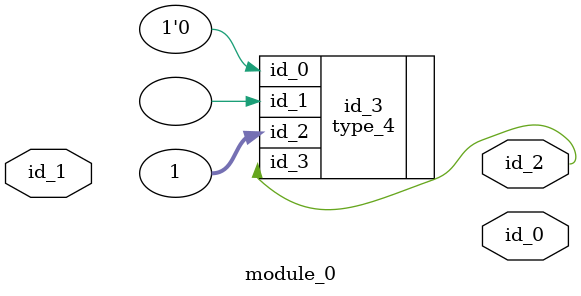
<source format=v>
module module_0 (
    output id_0,
    input  id_1,
    output id_2
);
  type_4 id_3 (
      .id_0(1'b0),
      .id_1(),
      .id_2(1),
      .id_3(id_2)
  );
endmodule

</source>
